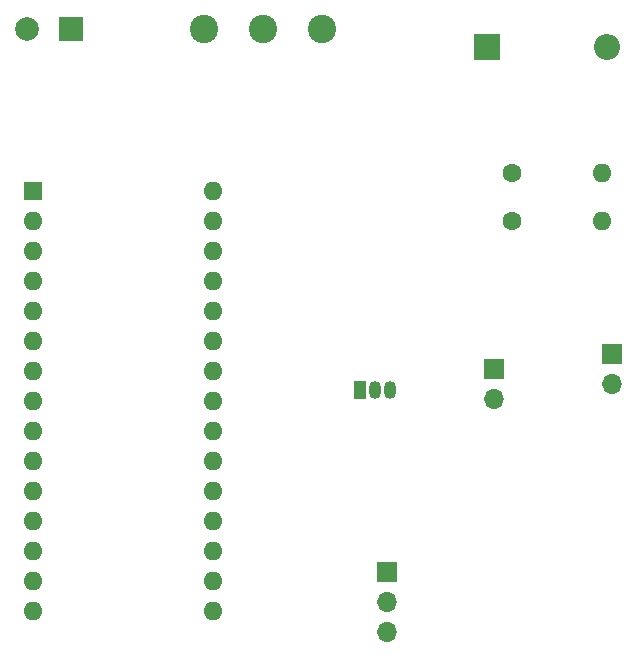
<source format=gbr>
%TF.GenerationSoftware,KiCad,Pcbnew,9.0.0*%
%TF.CreationDate,2025-03-30T19:29:00+05:30*%
%TF.ProjectId,soil_moisture,736f696c-5f6d-46f6-9973-747572652e6b,rev?*%
%TF.SameCoordinates,Original*%
%TF.FileFunction,Soldermask,Bot*%
%TF.FilePolarity,Negative*%
%FSLAX46Y46*%
G04 Gerber Fmt 4.6, Leading zero omitted, Abs format (unit mm)*
G04 Created by KiCad (PCBNEW 9.0.0) date 2025-03-30 19:29:00*
%MOMM*%
%LPD*%
G01*
G04 APERTURE LIST*
%ADD10R,1.700000X1.700000*%
%ADD11O,1.700000X1.700000*%
%ADD12R,1.050000X1.500000*%
%ADD13O,1.050000X1.500000*%
%ADD14C,1.600000*%
%ADD15O,1.600000X1.600000*%
%ADD16R,1.600000X1.600000*%
%ADD17C,2.400000*%
%ADD18R,2.000000X2.000000*%
%ADD19C,2.000000*%
%ADD20R,2.200000X2.200000*%
%ADD21O,2.200000X2.200000*%
G04 APERTURE END LIST*
D10*
%TO.C,J1*%
X135000000Y-102960000D03*
D11*
X135000000Y-105500000D03*
X135000000Y-108040000D03*
%TD*%
D12*
%TO.C,Q1*%
X132730000Y-87500000D03*
D13*
X134000000Y-87500000D03*
X135270000Y-87500000D03*
%TD*%
D14*
%TO.C,R1*%
X145540000Y-69150000D03*
D15*
X153160000Y-69150000D03*
%TD*%
D10*
%TO.C,M1*%
X154000000Y-84460000D03*
D11*
X154000000Y-87000000D03*
%TD*%
D14*
%TO.C,R2*%
X145540000Y-73200000D03*
D15*
X153160000Y-73200000D03*
%TD*%
D10*
%TO.C,J2*%
X144000000Y-85725000D03*
D11*
X144000000Y-88265000D03*
%TD*%
D16*
%TO.C,A1*%
X105000000Y-70720000D03*
D15*
X105000000Y-73260000D03*
X105000000Y-75800000D03*
X105000000Y-78340000D03*
X105000000Y-80880000D03*
X105000000Y-83420000D03*
X105000000Y-85960000D03*
X105000000Y-88500000D03*
X105000000Y-91040000D03*
X105000000Y-93580000D03*
X105000000Y-96120000D03*
X105000000Y-98660000D03*
X105000000Y-101200000D03*
X105000000Y-103740000D03*
X105000000Y-106280000D03*
X120240000Y-106280000D03*
X120240000Y-103740000D03*
X120240000Y-101200000D03*
X120240000Y-98660000D03*
X120240000Y-96120000D03*
X120240000Y-93580000D03*
X120240000Y-91040000D03*
X120240000Y-88500000D03*
X120240000Y-85960000D03*
X120240000Y-83420000D03*
X120240000Y-80880000D03*
X120240000Y-78340000D03*
X120240000Y-75800000D03*
X120240000Y-73260000D03*
X120240000Y-70720000D03*
%TD*%
D17*
%TO.C,K1*%
X124500000Y-57000000D03*
X119500000Y-57000000D03*
X129500000Y-57000000D03*
D18*
X108250000Y-57000000D03*
D19*
X104500000Y-57000000D03*
%TD*%
D20*
%TO.C,D1*%
X143420000Y-58500000D03*
D21*
X153580000Y-58500000D03*
%TD*%
M02*

</source>
